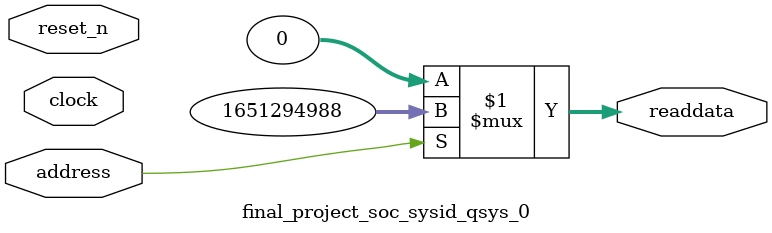
<source format=v>



// synthesis translate_off
`timescale 1ns / 1ps
// synthesis translate_on

// turn off superfluous verilog processor warnings 
// altera message_level Level1 
// altera message_off 10034 10035 10036 10037 10230 10240 10030 

module final_project_soc_sysid_qsys_0 (
               // inputs:
                address,
                clock,
                reset_n,

               // outputs:
                readdata
             )
;

  output  [ 31: 0] readdata;
  input            address;
  input            clock;
  input            reset_n;

  wire    [ 31: 0] readdata;
  //control_slave, which is an e_avalon_slave
  assign readdata = address ? 1651294988 : 0;

endmodule



</source>
